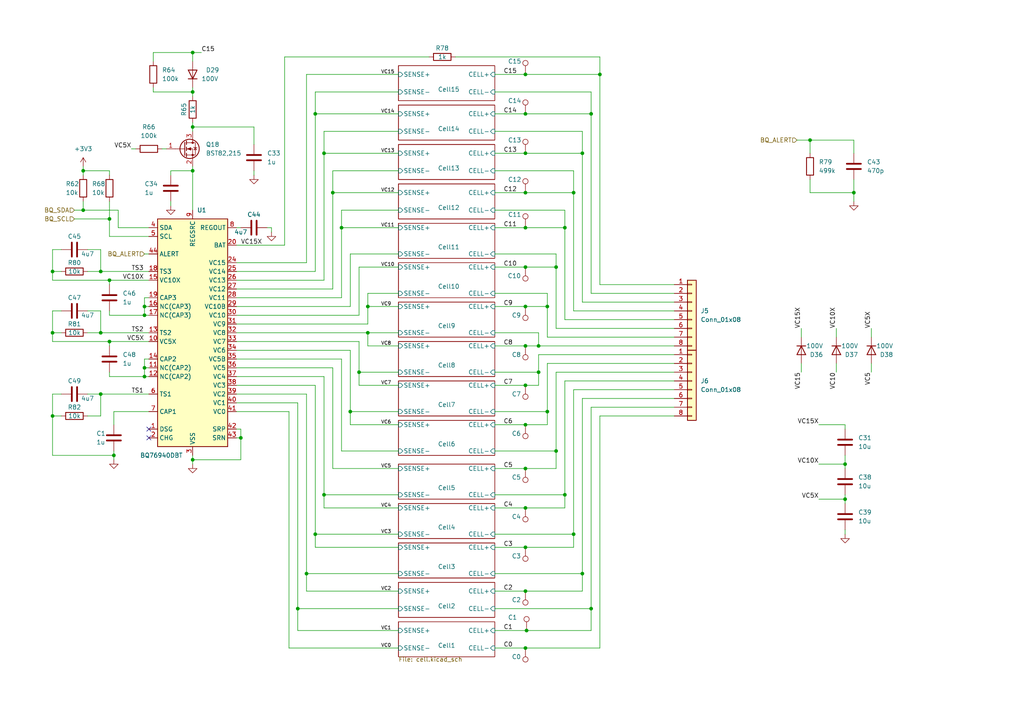
<source format=kicad_sch>
(kicad_sch (version 20211123) (generator eeschema)
  (paper "A4")
  (lib_symbols
    (symbol "Battery_Management:BQ76940DBT"
      (property "Reference" "U" (at -10.16 34.29 0))
      (property "Value" "BQ76940DBT" (at 12.7 34.29 0))
      (symbol "BQ76940DBT_0_1"
        (rectangle (start -10.16 33.02) (end 10.16 -33.02) (stroke (width 0.254)) (fill (type background)))
      )
      (symbol "BQ76940DBT_1_0"
        (pin passive line (at -12.7 -2.54 0) (length 2.54) (name "VC5X") (number "10"))
        (pin passive line (at -12.7 -10.16 0) (length 2.54) (name "NC(CAP2)") (number "11"))
        (pin passive line (at -12.7 -12.7 0) (length 2.54) (name "NC(CAP2)") (number "12"))
        (pin passive line (at -12.7 0 0) (length 2.54) (name "TS2") (number "13"))
        (pin passive line (at -12.7 -7.62 0) (length 2.54) (name "CAP2") (number "14"))
        (pin passive line (at -12.7 15.24 0) (length 2.54) (name "VC10X") (number "15"))
        (pin passive line (at -12.7 7.62 0) (length 2.54) (name "NC(CAP3)") (number "16"))
        (pin passive line (at -12.7 5.08 0) (length 2.54) (name "NC(CAP3)") (number "17"))
        (pin passive line (at -12.7 17.78 0) (length 2.54) (name "TS3") (number "18"))
        (pin passive line (at -12.7 10.16 0) (length 2.54) (name "CAP3") (number "19"))
        (pin input line (at 12.7 25.4 180) (length 2.54) (name "BAT") (number "20"))
        (pin no_connect line (at -5.08 -33.02 90) (length 2.54) hide (name "NC") (number "21"))
        (pin no_connect line (at -2.54 -33.02 90) (length 2.54) hide (name "NC") (number "22"))
        (pin no_connect line (at 2.54 -33.02 90) (length 2.54) hide (name "NC") (number "23"))
        (pin input line (at 12.7 20.32 180) (length 2.54) (name "VC15") (number "24"))
        (pin input line (at 12.7 17.78 180) (length 2.54) (name "VC14") (number "25"))
        (pin input line (at 12.7 15.24 180) (length 2.54) (name "VC13") (number "26"))
        (pin input line (at 12.7 12.7 180) (length 2.54) (name "VC12") (number "27"))
        (pin input line (at 12.7 10.16 180) (length 2.54) (name "VC11") (number "28"))
        (pin input line (at 12.7 7.62 180) (length 2.54) (name "VC10B") (number "29"))
        (pin input line (at 12.7 5.08 180) (length 2.54) (name "VC10") (number "30"))
        (pin input line (at 12.7 2.54 180) (length 2.54) (name "VC9") (number "31"))
        (pin input line (at 12.7 0 180) (length 2.54) (name "VC8") (number "32"))
        (pin input line (at 12.7 -2.54 180) (length 2.54) (name "VC7") (number "33"))
        (pin input line (at 12.7 -5.08 180) (length 2.54) (name "VC6") (number "34"))
        (pin input line (at 12.7 -7.62 180) (length 2.54) (name "VC5B") (number "35"))
        (pin input line (at 12.7 -10.16 180) (length 2.54) (name "VC5") (number "36"))
        (pin input line (at 12.7 -12.7 180) (length 2.54) (name "VC4") (number "37"))
        (pin input line (at 12.7 -15.24 180) (length 2.54) (name "VC3") (number "38"))
        (pin input line (at 12.7 -17.78 180) (length 2.54) (name "VC2") (number "39"))
        (pin input line (at 12.7 -20.32 180) (length 2.54) (name "VC1") (number "40"))
        (pin input line (at 12.7 -22.86 180) (length 2.54) (name "VC0") (number "41"))
        (pin input line (at 12.7 -27.94 180) (length 2.54) (name "SRP") (number "42"))
        (pin input line (at 12.7 -30.48 180) (length 2.54) (name "SRN") (number "43"))
        (pin bidirectional line (at -12.7 22.86 0) (length 2.54) (name "ALERT") (number "44"))
        (pin passive line (at -12.7 -17.78 0) (length 2.54) (name "TS1") (number "6"))
        (pin passive line (at -12.7 -22.86 0) (length 2.54) (name "CAP1") (number "7"))
        (pin power_out line (at 12.7 30.48 180) (length 2.54) (name "REGOUT") (number "8"))
        (pin power_in line (at 0 35.56 270) (length 2.54) (name "REGSRC") (number "9"))
      )
      (symbol "BQ76940DBT_1_1"
        (pin output line (at -12.7 -27.94 0) (length 2.54) (name "DSG") (number "1"))
        (pin output line (at -12.7 -30.48 0) (length 2.54) (name "CHG") (number "2"))
        (pin power_in line (at 0 -35.56 90) (length 2.54) (name "VSS") (number "3"))
        (pin bidirectional line (at -12.7 30.48 0) (length 2.54) (name "SDA") (number "4"))
        (pin input line (at -12.7 27.94 0) (length 2.54) (name "SCL") (number "5"))
      )
    )
    (symbol "Connector:TestPoint" (pin_numbers hide) (pin_names (offset 0.762) hide)
      (property "Reference" "TP" (at 0 6.858 0))
      (property "Value" "TestPoint" (at 0 5.08 0))
      (symbol "TestPoint_0_1"
        (circle (center 0 3.302) (radius 0.762))
      )
      (symbol "TestPoint_1_1"
        (pin passive line (at 0 0 90) (length 2.54) (name "1") (number "1"))
      )
    )
    (symbol "Connector_Generic:Conn_01x08" (pin_names (offset 1.016) hide)
      (property "Reference" "J" (at 0 10.16 0))
      (property "Value" "Conn_01x08" (at 0 -12.7 0))
      (symbol "Conn_01x08_1_1"
        (rectangle (start -1.27 -10.033) (end 0 -10.287) (stroke (width 0.1524)))
        (rectangle (start -1.27 -7.493) (end 0 -7.747) (stroke (width 0.1524)))
        (rectangle (start -1.27 -4.953) (end 0 -5.207) (stroke (width 0.1524)))
        (rectangle (start -1.27 -2.413) (end 0 -2.667) (stroke (width 0.1524)))
        (rectangle (start -1.27 0.127) (end 0 -0.127) (stroke (width 0.1524)))
        (rectangle (start -1.27 2.667) (end 0 2.413) (stroke (width 0.1524)))
        (rectangle (start -1.27 5.207) (end 0 4.953) (stroke (width 0.1524)))
        (rectangle (start -1.27 7.747) (end 0 7.493) (stroke (width 0.1524)))
        (rectangle (start -1.27 8.89) (end 1.27 -11.43) (stroke (width 0.254)) (fill (type background)))
        (pin passive line (at -5.08 7.62 0) (length 3.81) (name "Pin_1") (number "1"))
        (pin passive line (at -5.08 5.08 0) (length 3.81) (name "Pin_2") (number "2"))
        (pin passive line (at -5.08 2.54 0) (length 3.81) (name "Pin_3") (number "3"))
        (pin passive line (at -5.08 0 0) (length 3.81) (name "Pin_4") (number "4"))
        (pin passive line (at -5.08 -2.54 0) (length 3.81) (name "Pin_5") (number "5"))
        (pin passive line (at -5.08 -5.08 0) (length 3.81) (name "Pin_6") (number "6"))
        (pin passive line (at -5.08 -7.62 0) (length 3.81) (name "Pin_7") (number "7"))
        (pin passive line (at -5.08 -10.16 0) (length 3.81) (name "Pin_8") (number "8"))
      )
    )
    (symbol "Device:C" (pin_numbers hide) (pin_names (offset 0.254))
      (property "Reference" "C" (at 0.635 2.54 0))
      (property "Value" "C" (at 0.635 -2.54 0))
      (symbol "C_0_1"
        (polyline (pts (xy -2.032 -0.762) (xy 2.032 -0.762)) (stroke (width 0.508)))
        (polyline (pts (xy -2.032 0.762) (xy 2.032 0.762)) (stroke (width 0.508)))
      )
      (symbol "C_1_1"
        (pin passive line (at 0 3.81 270) (length 2.794) (name "~") (number "1"))
        (pin passive line (at 0 -3.81 90) (length 2.794) (name "~") (number "2"))
      )
    )
    (symbol "Device:D" (pin_numbers hide) (pin_names (offset 1.016) hide)
      (property "Reference" "D" (at 0 2.54 0))
      (property "Value" "D" (at 0 -2.54 0))
      (symbol "D_0_1"
        (polyline (pts (xy -1.27 1.27) (xy -1.27 -1.27)) (stroke (width 0.254)))
        (polyline (pts (xy 1.27 0) (xy -1.27 0)))
        (polyline (pts (xy 1.27 1.27) (xy 1.27 -1.27) (xy -1.27 0) (xy 1.27 1.27)) (stroke (width 0.254)))
      )
      (symbol "D_1_1"
        (pin passive line (at -3.81 0 0) (length 2.54) (name "K") (number "1"))
        (pin passive line (at 3.81 0 180) (length 2.54) (name "A") (number "2"))
      )
    )
    (symbol "Device:Q_NMOS_GSD" (pin_names (offset 0) hide)
      (property "Reference" "Q" (at 5.08 1.27 0))
      (property "Value" "Q_NMOS_GSD" (at 5.08 -1.27 0))
      (symbol "Q_NMOS_GSD_0_1"
        (polyline (pts (xy 0.254 0) (xy -2.54 0)))
        (polyline (pts (xy 0.254 1.905) (xy 0.254 -1.905)) (stroke (width 0.254)))
        (polyline (pts (xy 0.762 -1.27) (xy 0.762 -2.286)) (stroke (width 0.254)))
        (polyline (pts (xy 0.762 0.508) (xy 0.762 -0.508)) (stroke (width 0.254)))
        (polyline (pts (xy 0.762 2.286) (xy 0.762 1.27)) (stroke (width 0.254)))
        (polyline (pts (xy 2.54 2.54) (xy 2.54 1.778)))
        (polyline (pts (xy 2.54 -2.54) (xy 2.54 0) (xy 0.762 0)))
        (polyline (pts (xy 0.762 -1.778) (xy 3.302 -1.778) (xy 3.302 1.778) (xy 0.762 1.778)))
        (polyline (pts (xy 1.016 0) (xy 2.032 0.381) (xy 2.032 -0.381) (xy 1.016 0)) (fill (type outline)))
        (polyline (pts (xy 2.794 0.508) (xy 2.921 0.381) (xy 3.683 0.381) (xy 3.81 0.254)))
        (polyline (pts (xy 3.302 0.381) (xy 2.921 -0.254) (xy 3.683 -0.254) (xy 3.302 0.381)))
        (circle (center 1.651 0) (radius 2.794) (stroke (width 0.254)))
        (circle (center 2.54 -1.778) (radius 0.254) (fill (type outline)))
        (circle (center 2.54 1.778) (radius 0.254) (fill (type outline)))
      )
      (symbol "Q_NMOS_GSD_1_1"
        (pin input line (at -5.08 0 0) (length 2.54) (name "G") (number "1"))
        (pin passive line (at 2.54 -5.08 90) (length 2.54) (name "S") (number "2"))
        (pin passive line (at 2.54 5.08 270) (length 2.54) (name "D") (number "3"))
      )
    )
    (symbol "Device:R" (pin_numbers hide) (pin_names (offset 0))
      (property "Reference" "R" (at 2.032 0 90))
      (property "Value" "R" (at 0 0 90))
      (symbol "R_0_1"
        (rectangle (start -1.016 -2.54) (end 1.016 2.54) (stroke (width 0.254)))
      )
      (symbol "R_1_1"
        (pin passive line (at 0 3.81 270) (length 1.27) (name "~") (number "1"))
        (pin passive line (at 0 -3.81 90) (length 1.27) (name "~") (number "2"))
      )
    )
    (symbol "power:+3V3" (power) (pin_names (offset 0))
      (property "Value" "+3V3" (at 0 3.556 0))
      (symbol "+3V3_0_1"
        (polyline (pts (xy -0.762 1.27) (xy 0 2.54)))
        (polyline (pts (xy 0 0) (xy 0 2.54)))
        (polyline (pts (xy 0 2.54) (xy 0.762 1.27)))
      )
      (symbol "+3V3_1_1"
        (pin power_in line (at 0 0 90) (length 0) hide (name "+3V3") (number "1"))
      )
    )
    (symbol "power:GND" (power) (pin_names (offset 0))
      (property "Value" "GND" (at 0 -3.81 0))
      (symbol "GND_0_1"
        (polyline (pts (xy 0 0) (xy 0 -1.27) (xy 1.27 -1.27) (xy 0 -2.54) (xy -1.27 -1.27) (xy 0 -1.27)))
      )
      (symbol "GND_1_1"
        (pin power_in line (at 0 0 270) (length 0) hide (name "GND") (number "1"))
      )
    )
  )
  (junction (at 152.4 77.47))
  (junction (at 24.13 49.53))
  (junction (at 96.52 55.88))
  (junction (at 15.24 78.74))
  (junction (at 163.83 66.04))
  (junction (at 245.11 134.62))
  (junction (at 93.98 44.45))
  (junction (at 163.83 143.51))
  (junction (at 152.4 171.45))
  (junction (at 161.29 130.81))
  (junction (at 234.95 40.64))
  (junction (at 86.36 176.53))
  (junction (at 55.88 36.83))
  (junction (at 158.75 88.9))
  (junction (at 69.85 127))
  (junction (at 91.44 33.02))
  (junction (at 166.37 55.88))
  (junction (at 168.91 166.37))
  (junction (at 152.4 88.9))
  (junction (at 152.4 66.04))
  (junction (at 41.91 91.44))
  (junction (at 171.45 33.02))
  (junction (at 91.44 154.94))
  (junction (at 106.68 88.9))
  (junction (at 31.75 63.5))
  (junction (at 168.91 44.45))
  (junction (at 161.29 77.47))
  (junction (at 152.4 55.88))
  (junction (at 152.4 147.32))
  (junction (at 55.88 26.67))
  (junction (at 29.21 78.74))
  (junction (at 99.06 66.04))
  (junction (at 156.21 107.95))
  (junction (at 152.4 111.76))
  (junction (at 55.88 15.24))
  (junction (at 31.75 99.06))
  (junction (at 152.4 135.89))
  (junction (at 156.21 100.33))
  (junction (at 166.37 154.94))
  (junction (at 106.68 96.52))
  (junction (at 33.02 132.08))
  (junction (at 152.4 44.45))
  (junction (at 15.24 96.52))
  (junction (at 104.14 107.95))
  (junction (at 55.88 49.53))
  (junction (at 158.75 119.38))
  (junction (at 101.6 119.38))
  (junction (at 29.21 114.3))
  (junction (at 55.88 133.35))
  (junction (at 41.91 106.68))
  (junction (at 152.4 21.59))
  (junction (at 41.91 109.22))
  (junction (at 152.4 33.02))
  (junction (at 152.7241 182.88))
  (junction (at 93.98 143.51))
  (junction (at 152.4 123.19))
  (junction (at 31.75 81.28))
  (junction (at 29.21 96.52))
  (junction (at 24.13 60.96))
  (junction (at 152.4 100.33))
  (junction (at 247.65 55.88))
  (junction (at 173.99 21.59))
  (junction (at 152.4 187.96))
  (junction (at 245.11 144.78))
  (junction (at 88.9 166.37))
  (junction (at 152.4 158.75))
  (junction (at 15.24 120.65))
  (junction (at 41.91 88.9))
  (junction (at 171.45 176.53))
  (no_connect (at 43.18 124.46))
  (no_connect (at 43.18 127))
  (wire (pts (xy 82.55 16.51) (xy 124.46 16.51)))
  (wire (pts (xy 143.51 119.38) (xy 158.75 119.38)))
  (wire (pts (xy 152.4 77.47) (xy 143.51 77.47)))
  (wire (pts (xy 156.21 107.95) (xy 156.21 111.76)))
  (wire (pts (xy 152.4 88.9) (xy 143.51 88.9)))
  (wire (pts (xy 15.24 120.65) (xy 17.78 120.65)))
  (wire (pts (xy 96.52 106.68) (xy 96.52 135.89)))
  (wire (pts (xy 242.57 97.79) (xy 242.57 95.25)))
  (wire (pts (xy 68.58 86.36) (xy 99.06 86.36)))
  (wire (pts (xy 43.18 88.9) (xy 41.91 88.9)))
  (wire (pts (xy 168.91 166.37) (xy 168.91 171.45)))
  (wire (pts (xy 245.11 134.62) (xy 245.11 135.89)))
  (wire (pts (xy 44.45 25.4) (xy 44.45 26.67)))
  (wire (pts (xy 143.51 55.88) (xy 152.4 55.88)))
  (wire (pts (xy 24.13 58.42) (xy 24.13 60.96)))
  (wire (pts (xy 166.37 49.53) (xy 166.37 55.88)))
  (wire (pts (xy 106.68 93.98) (xy 106.68 88.9)))
  (wire (pts (xy 29.21 78.74) (xy 43.18 78.74)))
  (wire (pts (xy 15.24 120.65) (xy 15.24 132.08)))
  (wire (pts (xy 152.7241 182.88) (xy 143.51 182.88)))
  (wire (pts (xy 168.91 115.57) (xy 168.91 166.37)))
  (wire (pts (xy 88.9 76.2) (xy 88.9 21.59)))
  (wire (pts (xy 68.58 104.14) (xy 99.06 104.14)))
  (wire (pts (xy 55.88 25.4) (xy 55.88 26.67)))
  (wire (pts (xy 152.4 171.45) (xy 143.51 171.45)))
  (wire (pts (xy 143.51 49.53) (xy 166.37 49.53)))
  (wire (pts (xy 234.95 40.64) (xy 234.95 44.45)))
  (wire (pts (xy 91.44 26.67) (xy 91.44 33.02)))
  (wire (pts (xy 173.99 120.65) (xy 173.99 187.96)))
  (wire (pts (xy 21.59 63.5) (xy 31.75 63.5)))
  (wire (pts (xy 41.91 86.36) (xy 43.18 86.36)))
  (wire (pts (xy 163.83 110.49) (xy 195.58 110.49)))
  (wire (pts (xy 132.08 16.51) (xy 173.99 16.51)))
  (wire (pts (xy 158.75 119.38) (xy 158.75 123.19)))
  (wire (pts (xy 152.4 135.89) (xy 161.29 135.89)))
  (wire (pts (xy 158.75 105.41) (xy 195.58 105.41)))
  (wire (pts (xy 161.29 107.95) (xy 161.29 130.81)))
  (wire (pts (xy 15.24 72.39) (xy 17.78 72.39)))
  (wire (pts (xy 168.91 87.63) (xy 195.58 87.63)))
  (wire (pts (xy 152.4 111.76) (xy 156.21 111.76)))
  (wire (pts (xy 152.4 147.32) (xy 143.51 147.32)))
  (wire (pts (xy 168.91 171.45) (xy 152.4 171.45)))
  (wire (pts (xy 31.75 91.44) (xy 41.91 91.44)))
  (wire (pts (xy 247.65 52.07) (xy 247.65 55.88)))
  (wire (pts (xy 33.02 119.38) (xy 33.02 123.19)))
  (wire (pts (xy 143.51 60.96) (xy 163.83 60.96)))
  (wire (pts (xy 55.88 26.67) (xy 55.88 27.94)))
  (wire (pts (xy 38.1 43.18) (xy 39.37 43.18)))
  (wire (pts (xy 31.75 81.28) (xy 43.18 81.28)))
  (wire (pts (xy 106.68 88.9) (xy 115.57 88.9)))
  (wire (pts (xy 115.57 33.02) (xy 91.44 33.02)))
  (wire (pts (xy 44.45 15.24) (xy 55.88 15.24)))
  (wire (pts (xy 115.57 100.33) (xy 106.68 100.33)))
  (wire (pts (xy 55.88 15.24) (xy 55.88 17.78)))
  (wire (pts (xy 99.06 130.81) (xy 115.57 130.81)))
  (wire (pts (xy 101.6 73.66) (xy 101.6 88.9)))
  (wire (pts (xy 55.88 134.62) (xy 55.88 133.35)))
  (wire (pts (xy 171.45 85.09) (xy 195.58 85.09)))
  (wire (pts (xy 143.51 135.89) (xy 152.4 135.89)))
  (wire (pts (xy 158.75 97.79) (xy 195.58 97.79)))
  (wire (pts (xy 232.41 97.79) (xy 232.41 95.25)))
  (wire (pts (xy 104.14 77.47) (xy 104.14 91.44)))
  (wire (pts (xy 115.57 158.75) (xy 91.44 158.75)))
  (wire (pts (xy 91.44 111.76) (xy 68.58 111.76)))
  (wire (pts (xy 93.98 147.32) (xy 93.98 143.51)))
  (wire (pts (xy 161.29 95.25) (xy 195.58 95.25)))
  (wire (pts (xy 168.91 44.45) (xy 152.4 44.45)))
  (wire (pts (xy 88.9 171.45) (xy 88.9 166.37)))
  (wire (pts (xy 143.51 166.37) (xy 168.91 166.37)))
  (wire (pts (xy 29.21 114.3) (xy 43.18 114.3)))
  (wire (pts (xy 15.24 90.17) (xy 15.24 96.52)))
  (wire (pts (xy 106.68 100.33) (xy 106.68 96.52)))
  (wire (pts (xy 83.82 119.38) (xy 68.58 119.38)))
  (wire (pts (xy 68.58 106.68) (xy 96.52 106.68)))
  (wire (pts (xy 33.02 132.08) (xy 33.02 133.35)))
  (wire (pts (xy 173.99 187.96) (xy 152.4 187.96)))
  (wire (pts (xy 156.21 102.87) (xy 195.58 102.87)))
  (wire (pts (xy 25.4 72.39) (xy 29.21 72.39)))
  (wire (pts (xy 31.75 90.17) (xy 31.75 91.44)))
  (wire (pts (xy 152.4 187.96) (xy 143.51 187.96)))
  (wire (pts (xy 245.11 123.19) (xy 245.11 124.46)))
  (wire (pts (xy 156.21 96.52) (xy 156.21 100.33)))
  (wire (pts (xy 161.29 107.95) (xy 195.58 107.95)))
  (wire (pts (xy 25.4 78.74) (xy 29.21 78.74)))
  (wire (pts (xy 68.58 124.46) (xy 69.85 124.46)))
  (wire (pts (xy 93.98 109.22) (xy 68.58 109.22)))
  (wire (pts (xy 68.58 76.2) (xy 88.9 76.2)))
  (wire (pts (xy 68.58 116.84) (xy 86.36 116.84)))
  (wire (pts (xy 252.73 97.79) (xy 252.73 95.25)))
  (wire (pts (xy 49.53 49.53) (xy 55.88 49.53)))
  (wire (pts (xy 156.21 102.87) (xy 156.21 107.95)))
  (wire (pts (xy 242.57 105.41) (xy 242.57 107.95)))
  (wire (pts (xy 68.58 81.28) (xy 93.98 81.28)))
  (wire (pts (xy 168.91 87.63) (xy 168.91 44.45)))
  (wire (pts (xy 161.29 130.81) (xy 143.51 130.81)))
  (wire (pts (xy 166.37 90.17) (xy 195.58 90.17)))
  (wire (pts (xy 73.66 49.53) (xy 73.66 50.8)))
  (wire (pts (xy 115.57 73.66) (xy 101.6 73.66)))
  (wire (pts (xy 93.98 44.45) (xy 93.98 81.28)))
  (wire (pts (xy 91.44 33.02) (xy 91.44 78.74)))
  (wire (pts (xy 104.14 77.47) (xy 115.57 77.47)))
  (wire (pts (xy 173.99 16.51) (xy 173.99 21.59)))
  (wire (pts (xy 24.13 60.96) (xy 21.59 60.96)))
  (wire (pts (xy 161.29 95.25) (xy 161.29 77.47)))
  (wire (pts (xy 173.99 82.55) (xy 195.58 82.55)))
  (wire (pts (xy 88.9 166.37) (xy 88.9 114.3)))
  (wire (pts (xy 91.44 158.75) (xy 91.44 154.94)))
  (wire (pts (xy 163.83 66.04) (xy 163.83 92.71)))
  (wire (pts (xy 166.37 113.03) (xy 166.37 154.94)))
  (wire (pts (xy 115.57 147.32) (xy 93.98 147.32)))
  (wire (pts (xy 34.29 60.96) (xy 24.13 60.96)))
  (wire (pts (xy 171.45 176.53) (xy 171.45 182.88)))
  (wire (pts (xy 163.83 66.04) (xy 152.4 66.04)))
  (wire (pts (xy 93.98 143.51) (xy 93.98 109.22)))
  (wire (pts (xy 143.51 85.09) (xy 158.75 85.09)))
  (wire (pts (xy 163.83 60.96) (xy 163.83 66.04)))
  (wire (pts (xy 104.14 99.06) (xy 104.14 107.95)))
  (wire (pts (xy 115.57 38.1) (xy 93.98 38.1)))
  (wire (pts (xy 93.98 38.1) (xy 93.98 44.45)))
  (wire (pts (xy 143.51 154.94) (xy 166.37 154.94)))
  (wire (pts (xy 44.45 17.78) (xy 44.45 15.24)))
  (wire (pts (xy 15.24 114.3) (xy 15.24 120.65)))
  (wire (pts (xy 91.44 154.94) (xy 91.44 111.76)))
  (wire (pts (xy 115.57 143.51) (xy 93.98 143.51)))
  (wire (pts (xy 86.36 116.84) (xy 86.36 176.53)))
  (wire (pts (xy 143.51 111.76) (xy 152.4 111.76)))
  (wire (pts (xy 158.75 123.19) (xy 152.4 123.19)))
  (wire (pts (xy 152.4 66.04) (xy 143.51 66.04)))
  (wire (pts (xy 158.75 88.9) (xy 152.4 88.9)))
  (wire (pts (xy 106.68 88.9) (xy 106.68 85.09)))
  (wire (pts (xy 68.58 91.44) (xy 104.14 91.44)))
  (wire (pts (xy 245.11 153.67) (xy 245.11 154.94)))
  (wire (pts (xy 55.88 36.83) (xy 55.88 38.1)))
  (wire (pts (xy 115.57 44.45) (xy 93.98 44.45)))
  (wire (pts (xy 237.49 144.78) (xy 245.11 144.78)))
  (wire (pts (xy 99.06 66.04) (xy 99.06 86.36)))
  (wire (pts (xy 15.24 78.74) (xy 17.78 78.74)))
  (wire (pts (xy 156.21 100.33) (xy 195.58 100.33)))
  (wire (pts (xy 31.75 107.95) (xy 31.75 109.22)))
  (wire (pts (xy 104.14 107.95) (xy 115.57 107.95)))
  (wire (pts (xy 171.45 118.11) (xy 171.45 176.53)))
  (wire (pts (xy 163.83 147.32) (xy 152.4 147.32)))
  (wire (pts (xy 245.11 144.78) (xy 245.11 143.51)))
  (wire (pts (xy 143.51 100.33) (xy 152.4 100.33)))
  (wire (pts (xy 101.6 101.6) (xy 68.58 101.6)))
  (wire (pts (xy 101.6 123.19) (xy 101.6 119.38)))
  (wire (pts (xy 171.45 85.09) (xy 171.45 33.02)))
  (wire (pts (xy 15.24 78.74) (xy 15.24 81.28)))
  (wire (pts (xy 234.95 52.07) (xy 234.95 55.88)))
  (wire (pts (xy 143.51 107.95) (xy 156.21 107.95)))
  (wire (pts (xy 44.45 26.67) (xy 55.88 26.67)))
  (wire (pts (xy 166.37 90.17) (xy 166.37 55.88)))
  (wire (pts (xy 163.83 92.71) (xy 195.58 92.71)))
  (wire (pts (xy 69.85 124.46) (xy 69.85 127)))
  (wire (pts (xy 68.58 78.74) (xy 91.44 78.74)))
  (wire (pts (xy 163.83 143.51) (xy 163.83 147.32)))
  (wire (pts (xy 73.66 36.83) (xy 73.66 41.91)))
  (wire (pts (xy 152.4 44.45) (xy 143.51 44.45)))
  (wire (pts (xy 106.68 96.52) (xy 115.57 96.52)))
  (wire (pts (xy 41.91 109.22) (xy 41.91 106.68)))
  (wire (pts (xy 29.21 72.39) (xy 29.21 78.74)))
  (wire (pts (xy 158.75 97.79) (xy 158.75 88.9)))
  (wire (pts (xy 163.83 110.49) (xy 163.83 143.51)))
  (wire (pts (xy 247.65 40.64) (xy 234.95 40.64)))
  (wire (pts (xy 168.91 115.57) (xy 195.58 115.57)))
  (wire (pts (xy 69.85 127) (xy 69.85 133.35)))
  (wire (pts (xy 96.52 135.89) (xy 115.57 135.89)))
  (wire (pts (xy 41.91 104.14) (xy 43.18 104.14)))
  (wire (pts (xy 31.75 109.22) (xy 41.91 109.22)))
  (wire (pts (xy 68.58 96.52) (xy 106.68 96.52)))
  (wire (pts (xy 68.58 83.82) (xy 96.52 83.82)))
  (wire (pts (xy 115.57 187.96) (xy 83.82 187.96)))
  (wire (pts (xy 25.4 96.52) (xy 29.21 96.52)))
  (wire (pts (xy 88.9 21.59) (xy 115.57 21.59)))
  (wire (pts (xy 245.11 144.78) (xy 245.11 146.05)))
  (wire (pts (xy 69.85 133.35) (xy 55.88 133.35)))
  (wire (pts (xy 15.24 90.17) (xy 17.78 90.17)))
  (wire (pts (xy 55.88 15.24) (xy 58.42 15.24)))
  (wire (pts (xy 115.57 123.19) (xy 101.6 123.19)))
  (wire (pts (xy 166.37 113.03) (xy 195.58 113.03)))
  (wire (pts (xy 143.51 38.1) (xy 168.91 38.1)))
  (wire (pts (xy 161.29 73.66) (xy 161.29 77.47)))
  (wire (pts (xy 96.52 55.88) (xy 96.52 83.82)))
  (wire (pts (xy 78.74 66.04) (xy 77.47 66.04)))
  (wire (pts (xy 83.82 187.96) (xy 83.82 119.38)))
  (wire (pts (xy 237.49 123.19) (xy 245.11 123.19)))
  (wire (pts (xy 15.24 81.28) (xy 31.75 81.28)))
  (wire (pts (xy 31.75 99.06) (xy 43.18 99.06)))
  (wire (pts (xy 115.57 26.67) (xy 91.44 26.67)))
  (wire (pts (xy 232.41 107.95) (xy 232.41 105.41)))
  (wire (pts (xy 29.21 96.52) (xy 43.18 96.52)))
  (wire (pts (xy 168.91 38.1) (xy 168.91 44.45)))
  (wire (pts (xy 171.45 182.88) (xy 152.7241 182.88)))
  (wire (pts (xy 88.9 114.3) (xy 68.58 114.3)))
  (wire (pts (xy 55.88 132.08) (xy 55.88 133.35)))
  (wire (pts (xy 31.75 49.53) (xy 24.13 49.53)))
  (wire (pts (xy 43.18 109.22) (xy 41.91 109.22)))
  (wire (pts (xy 143.51 176.53) (xy 171.45 176.53)))
  (wire (pts (xy 143.51 21.59) (xy 152.4 21.59)))
  (wire (pts (xy 173.99 120.65) (xy 195.58 120.65)))
  (wire (pts (xy 15.24 96.52) (xy 17.78 96.52)))
  (wire (pts (xy 31.75 50.8) (xy 31.75 49.53)))
  (wire (pts (xy 166.37 158.75) (xy 152.4 158.75)))
  (wire (pts (xy 96.52 49.53) (xy 96.52 55.88)))
  (wire (pts (xy 152.4 21.59) (xy 173.99 21.59)))
  (wire (pts (xy 43.18 119.38) (xy 33.02 119.38)))
  (wire (pts (xy 171.45 33.02) (xy 152.4 33.02)))
  (wire (pts (xy 68.58 93.98) (xy 106.68 93.98)))
  (wire (pts (xy 24.13 48.26) (xy 24.13 49.53)))
  (wire (pts (xy 161.29 77.47) (xy 152.4 77.47)))
  (wire (pts (xy 171.45 26.67) (xy 171.45 33.02)))
  (wire (pts (xy 55.88 48.26) (xy 55.88 49.53)))
  (wire (pts (xy 152.4 55.88) (xy 166.37 55.88)))
  (wire (pts (xy 55.88 49.53) (xy 55.88 60.96)))
  (wire (pts (xy 49.53 50.8) (xy 49.53 49.53)))
  (wire (pts (xy 99.06 104.14) (xy 99.06 130.81)))
  (wire (pts (xy 143.51 73.66) (xy 161.29 73.66)))
  (wire (pts (xy 245.11 134.62) (xy 237.49 134.62)))
  (wire (pts (xy 152.4 100.33) (xy 156.21 100.33)))
  (wire (pts (xy 49.53 58.42) (xy 49.53 59.69)))
  (wire (pts (xy 46.99 43.18) (xy 48.26 43.18)))
  (wire (pts (xy 25.4 114.3) (xy 29.21 114.3)))
  (wire (pts (xy 31.75 99.06) (xy 31.75 100.33)))
  (wire (pts (xy 29.21 114.3) (xy 29.21 120.65)))
  (wire (pts (xy 115.57 119.38) (xy 101.6 119.38)))
  (wire (pts (xy 43.18 66.04) (xy 34.29 66.04)))
  (wire (pts (xy 78.74 67.31) (xy 78.74 66.04)))
  (wire (pts (xy 41.91 88.9) (xy 41.91 86.36)))
  (wire (pts (xy 43.18 91.44) (xy 41.91 91.44)))
  (wire (pts (xy 68.58 71.12) (xy 82.55 71.12)))
  (wire (pts (xy 41.91 73.66) (xy 43.18 73.66)))
  (wire (pts (xy 34.29 66.04) (xy 34.29 60.96)))
  (wire (pts (xy 234.95 55.88) (xy 247.65 55.88)))
  (wire (pts (xy 73.66 36.83) (xy 55.88 36.83)))
  (wire (pts (xy 41.91 106.68) (xy 41.91 104.14)))
  (wire (pts (xy 252.73 107.95) (xy 252.73 105.41)))
  (wire (pts (xy 247.65 44.45) (xy 247.65 40.64)))
  (wire (pts (xy 115.57 111.76) (xy 104.14 111.76)))
  (wire (pts (xy 68.58 99.06) (xy 104.14 99.06)))
  (wire (pts (xy 31.75 63.5) (xy 31.75 58.42)))
  (wire (pts (xy 115.57 60.96) (xy 99.06 60.96)))
  (wire (pts (xy 86.36 182.88) (xy 115.57 182.88)))
  (wire (pts (xy 43.18 106.68) (xy 41.91 106.68)))
  (wire (pts (xy 247.65 55.88) (xy 247.65 58.42)))
  (wire (pts (xy 143.51 143.51) (xy 163.83 143.51)))
  (wire (pts (xy 25.4 90.17) (xy 29.21 90.17)))
  (wire (pts (xy 31.75 68.58) (xy 31.75 63.5)))
  (wire (pts (xy 115.57 171.45) (xy 88.9 171.45)))
  (wire (pts (xy 104.14 111.76) (xy 104.14 107.95)))
  (wire (pts (xy 15.24 96.52) (xy 15.24 99.06)))
  (wire (pts (xy 33.02 130.81) (xy 33.02 132.08)))
  (wire (pts (xy 106.68 85.09) (xy 115.57 85.09)))
  (wire (pts (xy 29.21 90.17) (xy 29.21 96.52)))
  (wire (pts (xy 152.4 33.02) (xy 143.51 33.02)))
  (wire (pts (xy 68.58 88.9) (xy 101.6 88.9)))
  (wire (pts (xy 43.18 68.58) (xy 31.75 68.58)))
  (wire (pts (xy 143.51 96.52) (xy 156.21 96.52)))
  (wire (pts (xy 88.9 166.37) (xy 115.57 166.37)))
  (wire (pts (xy 115.57 176.53) (xy 86.36 176.53)))
  (wire (pts (xy 171.45 118.11) (xy 195.58 118.11)))
  (wire (pts (xy 15.24 114.3) (xy 17.78 114.3)))
  (wire (pts (xy 99.06 60.96) (xy 99.06 66.04)))
  (wire (pts (xy 231.14 40.64) (xy 234.95 40.64)))
  (wire (pts (xy 158.75 85.09) (xy 158.75 88.9)))
  (wire (pts (xy 31.75 81.28) (xy 31.75 82.55)))
  (wire (pts (xy 82.55 16.51) (xy 82.55 71.12)))
  (wire (pts (xy 41.91 91.44) (xy 41.91 88.9)))
  (wire (pts (xy 115.57 154.94) (xy 91.44 154.94)))
  (wire (pts (xy 24.13 49.53) (xy 24.13 50.8)))
  (wire (pts (xy 166.37 154.94) (xy 166.37 158.75)))
  (wire (pts (xy 68.58 66.04) (xy 69.85 66.04)))
  (wire (pts (xy 152.4 158.75) (xy 143.51 158.75)))
  (wire (pts (xy 101.6 119.38) (xy 101.6 101.6)))
  (wire (pts (xy 115.57 49.53) (xy 96.52 49.53)))
  (wire (pts (xy 25.4 120.65) (xy 29.21 120.65)))
  (wire (pts (xy 245.11 132.08) (xy 245.11 134.62)))
  (wire (pts (xy 15.24 72.39) (xy 15.24 78.74)))
  (wire (pts (xy 86.36 176.53) (xy 86.36 182.88)))
  (wire (pts (xy 152.4 123.19) (xy 143.51 123.19)))
  (wire (pts (xy 143.51 26.67) (xy 171.45 26.67)))
  (wire (pts (xy 161.29 135.89) (xy 161.29 130.81)))
  (wire (pts (xy 115.57 55.88) (xy 96.52 55.88)))
  (wire (pts (xy 55.88 35.56) (xy 55.88 36.83)))
  (wire (pts (xy 173.99 21.59) (xy 173.99 82.55)))
  (wire (pts (xy 15.24 132.08) (xy 33.02 132.08)))
  (wire (pts (xy 158.75 105.41) (xy 158.75 119.38)))
  (wire (pts (xy 68.58 127) (xy 69.85 127)))
  (wire (pts (xy 115.57 66.04) (xy 99.06 66.04)))
  (wire (pts (xy 15.24 99.06) (xy 31.75 99.06)))
  (label "C3" (at 146.05 158.75 0))
  (label "VC15X" (at 232.41 95.25 90))
  (label "VC10" (at 242.57 107.95 270))
  (label "C1" (at 146.05 182.88 0))
  (label "C5" (at 146.05 135.89 0))
  (label "C12" (at 146.05 55.88 0))
  (label "C11" (at 146.05 66.04 0))
  (label "VC6" (at 110.49 123.19 0) (effects (font (size 1 1))))
  (label "VC14" (at 110.49 33.02 0) (effects (font (size 1 1))))
  (label "VC12" (at 110.49 55.88 0) (effects (font (size 1 1))))
  (label "C8" (at 146.05 100.33 0))
  (label "VC15" (at 232.41 107.95 270))
  (label "C2" (at 146.05 171.45 0))
  (label "C15" (at 146.05 21.59 0))
  (label "TS2" (at 38.1 96.52 0))
  (label "VC10" (at 110.49 77.47 0) (effects (font (size 1 1))))
  (label "VC1" (at 110.49 182.88 0) (effects (font (size 1 1))))
  (label "VC11" (at 110.49 66.04 0) (effects (font (size 1 1))))
  (label "C10" (at 146.05 77.47 0))
  (label "VC15" (at 110.49 21.59 0) (effects (font (size 1 1))))
  (label "VC15X" (at 69.85 71.12 0))
  (label "VC2" (at 110.49 171.45 0) (effects (font (size 1 1))))
  (label "TS3" (at 38.1 78.74 0))
  (label "VC10X" (at 242.57 95.25 90))
  (label "C0" (at 146.05 187.96 0))
  (label "TS1" (at 38.1 114.3 0))
  (label "VC5X" (at 38.1 43.18 180))
  (label "VC5X" (at 36.83 99.06 0))
  (label "VC8" (at 110.49 100.33 0) (effects (font (size 1 1))))
  (label "C9" (at 146.05 88.9 0))
  (label "C14" (at 146.05 33.02 0))
  (label "VC7" (at 110.49 111.76 0) (effects (font (size 1 1))))
  (label "C15" (at 58.42 15.24 0))
  (label "VC10X" (at 35.56 81.28 0))
  (label "VC3" (at 110.49 154.94 0) (effects (font (size 1 1))))
  (label "VC0" (at 110.49 187.96 0) (effects (font (size 1 1))))
  (label "VC13" (at 110.49 44.45 0) (effects (font (size 1 1))))
  (label "C13" (at 146.05 44.45 0))
  (label "VC4" (at 110.49 147.32 0) (effects (font (size 1 1))))
  (label "VC15X" (at 237.49 123.19 180))
  (label "VC5X" (at 252.73 95.25 90))
  (label "VC10X" (at 237.49 134.62 180))
  (label "VC5" (at 252.73 107.95 270))
  (label "C6" (at 146.05 123.19 0))
  (label "C7" (at 146.05 111.76 0))
  (label "VC9" (at 110.49 88.9 0) (effects (font (size 1 1))))
  (label "C4" (at 146.05 147.32 0))
  (label "VC5" (at 110.49 135.89 0) (effects (font (size 1 1))))
  (label "VC5X" (at 237.49 144.78 180))
  (hierarchical_label "BQ_SDA" (shape input) (at 21.59 60.96 180))
  (hierarchical_label "BQ_ALERT" (shape input) (at 231.14 40.64 180))
  (hierarchical_label "BQ_ALERT" (shape input) (at 41.91 73.66 180))
  (hierarchical_label "BQ_SCL" (shape input) (at 21.59 63.5 180))
  (symbol (lib_id "Device:D") (at 252.73 101.6 270) (unit 1)
    (property "Reference" "D38" (at 259.08 102.87 90) (effects (justify right)))
    (property "Value" "100V" (at 259.08 100.33 90) (effects (justify right)))
    (property "Footprint" "Diode_SMD:D_SOD-123" (effects hide))
  )
  (symbol (lib_id "power:+3V3") (at 24.13 48.26 0) (unit 1)
    (property "Reference" "#PWR0115" (effects hide))
    (property "Value" "+3V3" (at 24.13 43.18 0))
  )
  (symbol (lib_id "power:GND") (at 78.74 67.31 0) (unit 1)
    (property "Reference" "#PWR0102" (effects hide))
    (property "Value" "GND" (effects hide))
  )
  (symbol (lib_id "Device:C") (at 21.59 72.39 90) (unit 1)
    (property "Reference" "C45" (at 21.59 68.58 90))
    (property "Value" "4u7" (at 25.4 73.66 90))
    (property "Footprint" "Capacitor_SMD:C_0805_2012Metric" (effects hide))
  )
  (symbol (lib_id "power:GND") (at 49.53 59.69 0) (unit 1)
    (property "Reference" "#PWR0111" (effects hide))
    (property "Value" "GND" (effects hide))
  )
  (symbol (lib_id "Connector:TestPoint") (at 152.4 147.32 180) (unit 1)
    (property "Reference" "TP18" (effects hide))
    (property "Value" "C4" (at 151.13 149.86 0) (effects (justify left)))
    (property "Footprint" "TestPoint:TestPoint_THTPad_D1.0mm_Drill0.5mm" (effects hide))
  )
  (symbol (lib_id "Device:Q_NMOS_GSD") (at 53.34 43.18 0) (unit 1)
    (property "Reference" "Q18" (at 59.69 41.9099 0) (effects (justify left)))
    (property "Value" "BST82,215" (at 59.69 44.4499 0) (effects (justify left)))
    (property "Footprint" "Package_TO_SOT_SMD:SOT-23" (effects hide))
    (property "LCSC" "C426800" (effects hide))
  )
  (symbol (lib_id "Device:C") (at 21.59 114.3 90) (unit 1)
    (property "Reference" "C49" (at 21.59 110.49 90))
    (property "Value" "4u7" (at 25.4 115.57 90))
    (property "Footprint" "Capacitor_SMD:C_0805_2012Metric" (effects hide))
  )
  (symbol (lib_id "Device:C") (at 31.75 104.14 0) (unit 1)
    (property "Reference" "C48" (at 35.56 102.8699 0) (effects (justify left)))
    (property "Value" "1u" (at 35.56 105.4099 0) (effects (justify left)))
    (property "Footprint" "Capacitor_SMD:C_0805_2012Metric" (effects hide))
  )
  (symbol (lib_id "Connector:TestPoint") (at 152.4 187.96 180) (unit 1)
    (property "Reference" "TP22" (effects hide))
    (property "Value" "C0" (at 151.13 190.5 0) (effects (justify left)))
    (property "Footprint" "TestPoint:TestPoint_THTPad_D1.0mm_Drill0.5mm" (effects hide))
  )
  (symbol (lib_id "Device:R") (at 21.59 120.65 90) (unit 1)
    (property "Reference" "R82" (at 21.59 118.11 90))
    (property "Value" "10k" (at 21.59 120.65 90))
    (property "Footprint" "Resistor_SMD:R_0805_2012Metric" (effects hide))
  )
  (symbol (lib_id "Device:C") (at 245.11 139.7 0) (unit 1)
    (property "Reference" "C38" (at 248.92 138.4299 0) (effects (justify left)))
    (property "Value" "10u" (at 248.92 140.9699 0) (effects (justify left)))
    (property "Footprint" "Capacitor_SMD:C_0805_2012Metric" (effects hide))
    (property "LCSC" "C2932476" (effects hide))
  )
  (symbol (lib_id "Device:R") (at 234.95 48.26 0) (unit 1)
    (property "Reference" "R79" (at 237.49 46.9899 0) (effects (justify left)))
    (property "Value" "499k" (at 237.49 49.5299 0) (effects (justify left)))
    (property "Footprint" "Resistor_SMD:R_0805_2012Metric" (effects hide))
  )
  (symbol (lib_id "Device:C") (at 31.75 86.36 0) (unit 1)
    (property "Reference" "C46" (at 35.56 85.0899 0) (effects (justify left)))
    (property "Value" "1u" (at 35.56 87.6299 0) (effects (justify left)))
    (property "Footprint" "Capacitor_SMD:C_0805_2012Metric" (effects hide))
  )
  (symbol (lib_id "Device:R") (at 55.88 31.75 180) (unit 1)
    (property "Reference" "R65" (at 53.34 31.75 90))
    (property "Value" "1k" (at 55.88 31.75 90))
    (property "Footprint" "Resistor_SMD:R_0805_2012Metric" (effects hide))
  )
  (symbol (lib_id "Connector:TestPoint") (at 152.4 66.04 0) (unit 1)
    (property "Reference" "TP11" (effects hide))
    (property "Value" "C11" (at 147.32 62.23 0) (effects (justify left)))
    (property "Footprint" "TestPoint:TestPoint_THTPad_D1.0mm_Drill0.5mm" (effects hide))
  )
  (symbol (lib_id "Device:R") (at 43.18 43.18 90) (unit 1)
    (property "Reference" "R66" (at 43.18 36.83 90))
    (property "Value" "100k" (at 43.18 39.37 90))
    (property "Footprint" "Resistor_SMD:R_0805_2012Metric" (effects hide))
  )
  (symbol (lib_id "Device:C") (at 73.66 45.72 0) (unit 1)
    (property "Reference" "C33" (at 77.47 44.4499 0) (effects (justify left)))
    (property "Value" "1u" (at 77.47 46.9899 0) (effects (justify left)))
    (property "Footprint" "Capacitor_SMD:C_0805_2012Metric" (effects hide))
  )
  (symbol (lib_id "Device:R") (at 21.59 78.74 90) (unit 1)
    (property "Reference" "R80" (at 21.59 76.2 90))
    (property "Value" "10k" (at 21.59 78.74 90))
    (property "Footprint" "Connector_JST:JST_PH_B2B-PH-K_1x02_P2.00mm_Vertical" (effects hide))
  )
  (symbol (lib_id "Device:C") (at 49.53 54.61 0) (unit 1)
    (property "Reference" "C34" (at 41.91 53.34 0) (effects (justify left)))
    (property "Value" "1u" (at 41.91 55.88 0) (effects (justify left)))
    (property "Footprint" "Capacitor_SMD:C_0805_2012Metric" (effects hide))
  )
  (symbol (lib_id "Device:C") (at 247.65 48.26 0) (unit 1)
    (property "Reference" "C43" (at 251.46 46.9899 0) (effects (justify left)))
    (property "Value" "470p" (at 251.46 49.5299 0) (effects (justify left)))
    (property "Footprint" "Capacitor_SMD:C_0805_2012Metric" (effects hide))
  )
  (symbol (lib_id "power:GND") (at 73.66 50.8 0) (unit 1)
    (property "Reference" "#PWR0112" (effects hide))
    (property "Value" "GND" (effects hide))
  )
  (symbol (lib_id "Connector:TestPoint") (at 152.4 33.02 0) (unit 1)
    (property "Reference" "TP8" (effects hide))
    (property "Value" "C14" (at 147.32 29.21 0) (effects (justify left)))
    (property "Footprint" "TestPoint:TestPoint_THTPad_D1.0mm_Drill0.5mm" (effects hide))
  )
  (symbol (lib_id "power:GND") (at 33.02 133.35 0) (unit 1)
    (property "Reference" "#PWR04" (effects hide))
    (property "Value" "GND" (effects hide))
  )
  (symbol (lib_id "Device:D") (at 55.88 21.59 90) (unit 1)
    (property "Reference" "D29" (at 59.69 20.32 90) (effects (justify right)))
    (property "Value" "100V" (at 58.42 22.86 90) (effects (justify right)))
    (property "Footprint" "Diode_SMD:D_SOD-123" (effects hide))
  )
  (symbol (lib_id "Device:R") (at 21.59 96.52 90) (unit 1)
    (property "Reference" "R81" (at 21.59 93.98 90))
    (property "Value" "10k" (at 21.59 96.52 90))
    (property "Footprint" "Connector_JST:JST_PH_B2B-PH-K_1x02_P2.00mm_Vertical" (effects hide))
  )
  (symbol (lib_id "Device:C") (at 245.11 149.86 0) (unit 1)
    (property "Reference" "C39" (at 248.92 148.5899 0) (effects (justify left)))
    (property "Value" "10u" (at 248.92 151.1299 0) (effects (justify left)))
    (property "Footprint" "Capacitor_SMD:C_0805_2012Metric" (effects hide))
    (property "LCSC" "C2932476" (effects hide))
  )
  (symbol (lib_id "Connector:TestPoint") (at 152.4 111.76 180) (unit 1)
    (property "Reference" "TP15" (effects hide))
    (property "Value" "C7" (at 151.13 114.3 0) (effects (justify left)))
    (property "Footprint" "TestPoint:TestPoint_THTPad_D1.0mm_Drill0.5mm" (effects hide))
  )
  (symbol (lib_id "Connector:TestPoint") (at 152.4 55.88 0) (unit 1)
    (property "Reference" "TP10" (effects hide))
    (property "Value" "C12" (at 147.32 52.07 0) (effects (justify left)))
    (property "Footprint" "TestPoint:TestPoint_THTPad_D1.0mm_Drill0.5mm" (effects hide))
  )
  (symbol (lib_id "Device:C") (at 33.02 127 0) (unit 1)
    (property "Reference" "C1" (at 27.94 125.73 0) (effects (justify left)))
    (property "Value" "1u" (at 27.94 128.27 0) (effects (justify left)))
    (property "Footprint" "Capacitor_SMD:C_0805_2012Metric" (effects hide))
  )
  (symbol (lib_id "Device:R") (at 44.45 21.59 180) (unit 1)
    (property "Reference" "R64" (at 46.99 20.3199 0) (effects (justify right)))
    (property "Value" "100k" (at 46.99 22.8599 0) (effects (justify right)))
    (property "Footprint" "Resistor_SMD:R_0805_2012Metric" (effects hide))
  )
  (symbol (lib_id "Device:C") (at 73.66 66.04 90) (unit 1)
    (property "Reference" "C44" (at 73.66 62.23 90))
    (property "Value" "4u7" (at 69.85 67.31 90))
    (property "Footprint" "Capacitor_SMD:C_0805_2012Metric" (effects hide))
  )
  (symbol (lib_id "Connector:TestPoint") (at 152.4 88.9 180) (unit 1)
    (property "Reference" "TP13" (effects hide))
    (property "Value" "C9" (at 151.13 91.44 0) (effects (justify left)))
    (property "Footprint" "TestPoint:TestPoint_THTPad_D1.0mm_Drill0.5mm" (effects hide))
  )
  (symbol (lib_id "Connector:TestPoint") (at 152.4 44.45 0) (unit 1)
    (property "Reference" "TP9" (effects hide))
    (property "Value" "C13" (at 147.32 40.64 0) (effects (justify left)))
    (property "Footprint" "TestPoint:TestPoint_THTPad_D1.0mm_Drill0.5mm" (effects hide))
  )
  (symbol (lib_id "power:GND") (at 245.11 154.94 0) (unit 1)
    (property "Reference" "#PWR0114" (effects hide))
    (property "Value" "GND" (effects hide))
  )
  (symbol (lib_id "power:GND") (at 55.88 134.62 0) (unit 1)
    (property "Reference" "#PWR05" (effects hide))
    (property "Value" "GND" (effects hide))
  )
  (symbol (lib_id "Device:C") (at 21.59 90.17 90) (unit 1)
    (property "Reference" "C47" (at 21.59 86.36 90))
    (property "Value" "4u7" (at 25.4 91.44 90))
    (property "Footprint" "Capacitor_SMD:C_0805_2012Metric" (effects hide))
  )
  (symbol (lib_id "Connector:TestPoint") (at 152.4 135.89 180) (unit 1)
    (property "Reference" "TP17" (effects hide))
    (property "Value" "C5" (at 151.13 138.43 0) (effects (justify left)))
    (property "Footprint" "TestPoint:TestPoint_THTPad_D1.0mm_Drill0.5mm" (effects hide))
  )
  (symbol (lib_id "Connector_Generic:Conn_01x08") (at 200.66 110.49 0) (unit 1)
    (property "Reference" "J6" (at 203.2 110.4899 0) (effects (justify left)))
    (property "Value" "Conn_01x08" (at 203.2 113.0299 0) (effects (justify left)))
    (property "Footprint" "Connector_JST:JST_PH_S8B-PH-K_1x08_P2.00mm_Horizontal" (effects hide))
  )
  (symbol (lib_id "Connector:TestPoint") (at 152.7241 182.88 0) (unit 1)
    (property "Reference" "TP21" (effects hide))
    (property "Value" "C1" (at 147.32 179.07 0) (effects (justify left)))
    (property "Footprint" "TestPoint:TestPoint_THTPad_D1.0mm_Drill0.5mm" (effects hide))
  )
  (symbol (lib_id "power:GND") (at 247.65 58.42 0) (unit 1)
    (property "Reference" "#PWR0101" (effects hide))
    (property "Value" "GND" (effects hide))
  )
  (symbol (lib_id "Device:R") (at 31.75 54.61 0) (unit 1)
    (property "Reference" "R68" (at 26.67 53.34 0) (effects (justify left)))
    (property "Value" "10k" (at 26.67 55.88 0) (effects (justify left)))
    (property "Footprint" "Resistor_SMD:R_0805_2012Metric" (effects hide))
  )
  (symbol (lib_id "Connector:TestPoint") (at 152.4 100.33 180) (unit 1)
    (property "Reference" "TP14" (effects hide))
    (property "Value" "C8" (at 151.13 102.87 0) (effects (justify left)))
    (property "Footprint" "TestPoint:TestPoint_THTPad_D1.0mm_Drill0.5mm" (effects hide))
  )
  (symbol (lib_id "Connector:TestPoint") (at 152.4 123.19 180) (unit 1)
    (property "Reference" "TP16" (effects hide))
    (property "Value" "C6" (at 151.13 125.73 0) (effects (justify left)))
    (property "Footprint" "TestPoint:TestPoint_THTPad_D1.0mm_Drill0.5mm" (effects hide))
  )
  (symbol (lib_id "Connector:TestPoint") (at 152.4 21.59 0) (unit 1)
    (property "Reference" "TP7" (effects hide))
    (property "Value" "C15" (at 147.32 17.78 0) (effects (justify left)))
    (property "Footprint" "TestPoint:TestPoint_THTPad_D1.0mm_Drill0.5mm" (effects hide))
  )
  (symbol (lib_id "Device:D") (at 242.57 101.6 270) (unit 1)
    (property "Reference" "D37" (at 248.92 102.87 90) (effects (justify right)))
    (property "Value" "100V" (at 248.92 100.33 90) (effects (justify right)))
    (property "Footprint" "Diode_SMD:D_SOD-123" (effects hide))
  )
  (symbol (lib_id "Device:C") (at 245.11 128.27 0) (unit 1)
    (property "Reference" "C31" (at 248.92 126.9999 0) (effects (justify left)))
    (property "Value" "10u" (at 248.92 129.5399 0) (effects (justify left)))
    (property "Footprint" "Capacitor_SMD:C_0805_2012Metric" (effects hide))
    (property "LCSC" "C2932476" (effects hide))
  )
  (symbol (lib_id "Connector:TestPoint") (at 152.4 77.47 180) (unit 1)
    (property "Reference" "TP12" (effects hide))
    (property "Value" "C10" (at 151.13 80.01 0) (effects (justify left)))
    (property "Footprint" "TestPoint:TestPoint_THTPad_D1.0mm_Drill0.5mm" (effects hide))
  )
  (symbol (lib_id "Device:R") (at 24.13 54.61 0) (unit 1)
    (property "Reference" "R62" (at 19.05 53.34 0) (effects (justify left)))
    (property "Value" "10k" (at 19.05 55.88 0) (effects (justify left)))
    (property "Footprint" "Resistor_SMD:R_0805_2012Metric" (effects hide))
  )
  (symbol (lib_id "Battery_Management:BQ76940DBT") (at 55.88 96.52 0) (unit 1)
    (property "Reference" "U1" (at 57.15 60.96 0) (effects (justify left)))
    (property "Value" "BQ76940DBT" (at 40.64 132.08 0) (effects (justify left)))
    (property "Footprint" "Package_SO:TSSOP-44_4.4x11.2mm_P0.5mm" (effects hide))
    (property "Datasheet" "http://www.ti.com/lit/ds/symlink/bq76940.pdf" (effects hide))
    (property "LCSC" "C368606" (effects hide))
  )
  (symbol (lib_id "Device:R") (at 128.27 16.51 90) (unit 1)
    (property "Reference" "R78" (at 128.27 13.97 90))
    (property "Value" "1k" (at 128.27 16.51 90))
    (property "Footprint" "Resistor_SMD:R_0805_2012Metric" (effects hide))
  )
  (symbol (lib_id "Connector_Generic:Conn_01x08") (at 200.66 90.17 0) (unit 1)
    (property "Reference" "J5" (at 203.2 90.1699 0) (effects (justify left)))
    (property "Value" "Conn_01x08" (at 203.2 92.7099 0) (effects (justify left)))
    (property "Footprint" "Connector_JST:JST_PH_S8B-PH-K_1x08_P2.00mm_Horizontal" (effects hide))
  )
  (symbol (lib_id "Connector:TestPoint") (at 152.4 158.75 180) (unit 1)
    (property "Reference" "TP19" (effects hide))
    (property "Value" "C3" (at 151.13 161.29 0) (effects (justify left)))
    (property "Footprint" "TestPoint:TestPoint_THTPad_D1.0mm_Drill0.5mm" (effects hide))
  )
  (symbol (lib_id "Device:D") (at 232.41 101.6 270) (unit 1)
    (property "Reference" "D36" (at 238.76 102.87 90) (effects (justify right)))
    (property "Value" "100V" (at 238.76 100.33 90) (effects (justify right)))
    (property "Footprint" "Diode_SMD:D_SOD-123" (effects hide))
  )
  (symbol (lib_id "Connector:TestPoint") (at 152.4 171.45 180) (unit 1)
    (property "Reference" "TP20" (effects hide))
    (property "Value" "C2" (at 151.13 173.99 0) (effects (justify left)))
    (property "Footprint" "TestPoint:TestPoint_THTPad_D1.0mm_Drill0.5mm" (effects hide))
  )
  (sheet (at 115.57 157.48) (size 27.94 10.16) (stroke (width 0.1524))
    (property "Sheet name" "Cell3" (at 127 165.1 0) (effects (justify left bottom)))
    (property "Sheet file" "cell.kicad_sch" (effects hide))
    (pin "CELL+" input (at 143.51 158.75 0))
    (pin "CELL-" input (at 143.51 166.37 0))
    (pin "SENSE+" input (at 115.57 158.75 180))
    (pin "SENSE-" input (at 115.57 166.37 180))
  )
  (sheet (at 115.57 134.62) (size 27.94 10.16) (stroke (width 0.1524))
    (property "Sheet name" "Cell5" (at 127 142.24 0) (effects (justify left bottom)))
    (property "Sheet file" "cell.kicad_sch" (effects hide))
    (pin "CELL+" input (at 143.51 135.89 0))
    (pin "CELL-" input (at 143.51 143.51 0))
    (pin "SENSE+" input (at 115.57 135.89 180))
    (pin "SENSE-" input (at 115.57 143.51 180))
  )
  (sheet (at 115.57 110.49) (size 27.94 10.16) (stroke (width 0.1524))
    (property "Sheet name" "Cell7" (at 127 118.11 0) (effects (justify left bottom)))
    (property "Sheet file" "cell.kicad_sch" (effects hide))
    (pin "CELL+" input (at 143.51 111.76 0))
    (pin "CELL-" input (at 143.51 119.38 0))
    (pin "SENSE+" input (at 115.57 111.76 180))
    (pin "SENSE-" input (at 115.57 119.38 180))
  )
  (sheet (at 115.57 76.2) (size 27.94 10.16) (stroke (width 0.1524))
    (property "Sheet name" "Cell10" (at 127 83.82 0) (effects (justify left bottom)))
    (property "Sheet file" "cell.kicad_sch" (effects hide))
    (pin "CELL+" input (at 143.51 77.47 0))
    (pin "CELL-" input (at 143.51 85.09 0))
    (pin "SENSE+" input (at 115.57 77.47 180))
    (pin "SENSE-" input (at 115.57 85.09 180))
  )
  (sheet (at 115.57 64.77) (size 27.94 10.16) (stroke (width 0.1524))
    (property "Sheet name" "Cell11" (at 127 72.39 0) (effects (justify left bottom)))
    (property "Sheet file" "cell.kicad_sch" (effects hide))
    (pin "CELL+" input (at 143.51 66.04 0))
    (pin "CELL-" input (at 143.51 73.66 0))
    (pin "SENSE+" input (at 115.57 66.04 180))
    (pin "SENSE-" input (at 115.57 73.66 180))
  )
  (sheet (at 115.57 30.48) (size 27.94 10.16) (stroke (width 0.1524))
    (property "Sheet name" "Cell14" (at 127 38.1 0) (effects (justify left bottom)))
    (property "Sheet file" "cell.kicad_sch" (effects hide))
    (pin "CELL+" input (at 143.51 33.02 0))
    (pin "CELL-" input (at 143.51 38.1 0))
    (pin "SENSE+" input (at 115.57 33.02 180))
    (pin "SENSE-" input (at 115.57 38.1 180))
  )
  (sheet (at 115.57 180.34) (size 27.94 10.16) (stroke (width 0.1524))
    (property "Sheet name" "Cell1" (at 127 187.96 0) (effects (justify left bottom)))
    (property "Sheet file" "cell.kicad_sch" (at 115.57 190.5 0) (effects (justify left top)))
    (pin "CELL+" input (at 143.51 182.88 0))
    (pin "CELL-" input (at 143.51 187.96 0))
    (pin "SENSE+" input (at 115.57 182.88 180))
    (pin "SENSE-" input (at 115.57 187.96 180))
  )
  (sheet (at 115.57 168.91) (size 27.94 10.16) (stroke (width 0.1524))
    (property "Sheet name" "Cell2" (at 127 176.53 0) (effects (justify left bottom)))
    (property "Sheet file" "cell.kicad_sch" (effects hide))
    (pin "CELL+" input (at 143.51 171.45 0))
    (pin "CELL-" input (at 143.51 176.53 0))
    (pin "SENSE+" input (at 115.57 171.45 180))
    (pin "SENSE-" input (at 115.57 176.53 180))
  )
  (sheet (at 115.57 41.91) (size 27.94 10.16) (stroke (width 0.1524))
    (property "Sheet name" "Cell13" (at 127 49.53 0) (effects (justify left bottom)))
    (property "Sheet file" "cell.kicad_sch" (effects hide))
    (pin "CELL+" input (at 143.51 44.45 0))
    (pin "CELL-" input (at 143.51 49.53 0))
    (pin "SENSE+" input (at 115.57 44.45 180))
    (pin "SENSE-" input (at 115.57 49.53 180))
  )
  (sheet (at 115.57 121.92) (size 27.94 10.16) (stroke (width 0.1524))
    (property "Sheet name" "Cell6" (at 127 129.54 0) (effects (justify left bottom)))
    (property "Sheet file" "cell.kicad_sch" (effects hide))
    (pin "CELL+" input (at 143.51 123.19 0))
    (pin "CELL-" input (at 143.51 130.81 0))
    (pin "SENSE+" input (at 115.57 123.19 180))
    (pin "SENSE-" input (at 115.57 130.81 180))
  )
  (sheet (at 115.57 99.06) (size 27.94 10.16) (stroke (width 0.1524))
    (property "Sheet name" "Cell8" (at 127 106.68 0) (effects (justify left bottom)))
    (property "Sheet file" "cell.kicad_sch" (effects hide))
    (pin "CELL+" input (at 143.51 100.33 0))
    (pin "CELL-" input (at 143.51 107.95 0))
    (pin "SENSE+" input (at 115.57 100.33 180))
    (pin "SENSE-" input (at 115.57 107.95 180))
  )
  (sheet (at 115.57 87.63) (size 27.94 10.16) (stroke (width 0.1524))
    (property "Sheet name" "Cell9" (at 127 95.25 0) (effects (justify left bottom)))
    (property "Sheet file" "cell.kicad_sch" (effects hide))
    (pin "CELL+" input (at 143.51 88.9 0))
    (pin "CELL-" input (at 143.51 96.52 0))
    (pin "SENSE+" input (at 115.57 88.9 180))
    (pin "SENSE-" input (at 115.57 96.52 180))
  )
  (sheet (at 115.57 53.34) (size 27.94 10.16) (stroke (width 0.1524))
    (property "Sheet name" "Cell12" (at 127 60.96 0) (effects (justify left bottom)))
    (property "Sheet file" "cell.kicad_sch" (effects hide))
    (pin "CELL+" input (at 143.51 55.88 0))
    (pin "CELL-" input (at 143.51 60.96 0))
    (pin "SENSE+" input (at 115.57 55.88 180))
    (pin "SENSE-" input (at 115.57 60.96 180))
  )
  (sheet (at 115.57 19.05) (size 27.94 10.16) (stroke (width 0.1524))
    (property "Sheet name" "Cell15" (at 127 26.67 0) (effects (justify left bottom)))
    (property "Sheet file" "cell.kicad_sch" (effects hide))
    (pin "CELL+" input (at 143.51 21.59 0))
    (pin "CELL-" input (at 143.51 26.67 0))
    (pin "SENSE+" input (at 115.57 21.59 180))
    (pin "SENSE-" input (at 115.57 26.67 180))
  )
  (sheet (at 115.57 146.05) (size 27.94 10.16) (stroke (width 0.1524))
    (property "Sheet name" "Cell4" (at 127 153.67 0) (effects (justify left bottom)))
    (property "Sheet file" "cell.kicad_sch" (effects hide))
    (pin "CELL+" input (at 143.51 147.32 0))
    (pin "CELL-" input (at 143.51 154.94 0))
    (pin "SENSE+" input (at 115.57 147.32 180))
    (pin "SENSE-" input (at 115.57 154.94 180))
  )
)
</source>
